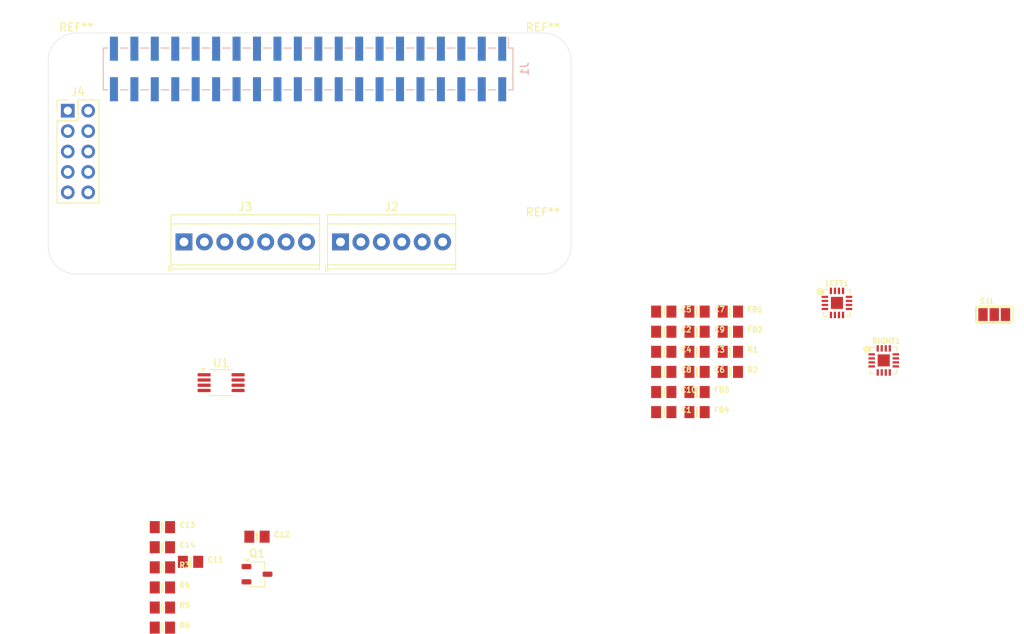
<source format=kicad_pcb>
(kicad_pcb (version 20240108) (generator "pcbnew") (generator_version "8.0")
  (layers (0 "F.Cu" signal) (31 "B.Cu" signal) (34 "B.Paste" user) (35 "F.Paste" user) (36 "B.SilkS" user "B.Silkscreen") (37 "F.SilkS" user "F.Silkscreen") (38 "B.Mask" user) (39 "F.Mask" user) (44 "Edge.Cuts" user))
  (net 0 "")
  (net 1 "GND")
  (net 2 "5.0V")
  (net 3 "/RIGHT-")
  (net 4 "/RIGHT+")
  (net 5 "/LEFT-")
  (net 6 "/LEFT+")
  (net 7 "/DIN")
  (net 8 "/BCLK")
  (net 9 "/LRCLK")
  (net 10 "Net-(FB1-P$1)")
  (net 11 "Net-(FB2-P$1)")
  (net 12 "Net-(FB3-P$1)")
  (net 13 "Net-(FB4-P$1)")
  (net 14 "3.3V")
  (net 15 "/GAIN")
  (net 16 "Net-(R2-Pad1)")
  (net 17 "/SPI_CE1")
  (net 18 "/GPIO4")
  (net 19 "/SCL")
  (net 20 "/GPIO5")
  (net 21 "/SPI_SCLK")
  (net 22 "/RXD")
  (net 23 "/SPI_MISO")
  (net 24 "/GPIO13")
  (net 25 "/GPIO27")
  (net 26 "/GPIO12")
  (net 27 "/GPIO26")
  (net 28 "/GPIO23")
  (net 29 "/SPI_CE0")
  (net 30 "/EECLK")
  (net 31 "/GPIO22")
  (net 32 "/TXD")
  (net 33 "/SDA")
  (net 34 "/GPIO6")
  (net 35 "/GPIO16")
  (net 36 "/SPI_MOSI")
  (net 37 "/GPIO20")
  (net 38 "/GPIO17")
  (net 39 "/EEDATA")
  (net 40 "Net-(U1-VIN)")
  (net 41 "/BUTTON2_OUT")
  (net 42 "/BUTTON1_OUT")
  (net 43 "Net-(Q1-B)")
  (net 44 "Net-(RIGHT1-~{SD_MODE})")
  (net 45 "/LAMP_OUT")
  (net 46 "/POT_OUT")
  (footprint "MountingHole:MountingHole_3.2mm_M3" (layer "F.Cu") (at 90 68.5)
    (property "Reference" "REF**" (at 0 -4.2 0) (layer "F.SilkS"))
    (property "Value" "MountingHole_3.2mm_M3")
    (pad "" np_thru_hole circle (at 0 0) (size 3.2 3.2) (drill 3.2) (layers "*.Cu" "*.Mask"))
  )
  (footprint "spotify-clock:0805-NO" (layer "F.Cu") (at 171.3 102.1646)
    (property "Reference" "FB2" (at 2.032 0.127 0) (layer "F.SilkS") (effects (font (size 0.666496 0.666496) (thickness 0.146304)) (justify left bottom)))
    (property "Value" "Ferrite")
    (fp_line (start 0 -0.508) (end 0 0.508) (stroke (width 0.3048)) (layer "F.SilkS"))
    (pad "1" smd rect (at -0.95 0) (size 1.24 1.5) (layers "F.Cu" "F.Paste" "F.Mask") (net 11 "Net-(FB2-P$1)"))
    (pad "2" smd rect (at 0.95 0) (size 1.24 1.5) (layers "F.Cu" "F.Paste" "F.Mask") (net 5 "/LEFT-"))
  )
  (footprint "spotify-clock:SOLDERJUMPER_2WAY_OPEN_NOPASTE" (layer "F.Cu") (at 204.0976 100.0322)
    (property "Reference" "SJ1" (at -1.905 -1.27 0) (layer "F.SilkS") (effects (font (size 0.666496 0.666496) (thickness 0.146304)) (justify left bottom)))
    (property "Value" "SOLDERJUMPER_2WAY")
    (fp_line (start -2.286 0.762) (end -2.286 -0.762) (stroke (width 0.2032)) (layer "F.SilkS"))
    (fp_line (start -2.032 -1.016) (end 2.032 -1.016) (stroke (width 0.2032)) (layer "F.SilkS"))
    (fp_line (start 2.032 1.016) (end -2.032 1.016) (stroke (width 0.2032)) (layer "F.SilkS"))
    (fp_line (start 2.286 0.762) (end 2.286 -0.762) (stroke (width 0.2032)) (layer "F.SilkS"))
    (fp_arc (start -2.286 -0.762) (mid -2.211605 -0.941605) (end -2.032 -1.016) (stroke (width 0.2032)) (layer "F.SilkS"))
    (fp_arc (start -2.032 1.016) (mid -2.211605 0.941605) (end -2.286 0.762) (stroke (width 0.2032)) (layer "F.SilkS"))
    (fp_arc (start 2.032 -1.016) (mid 2.211605 -0.941605) (end 2.286 -0.762) (stroke (width 0.2032)) (layer "F.SilkS"))
    (fp_arc (start 2.286 0.762) (mid 2.211605 0.941605) (end 2.032 1.016) (stroke (width 0.2032)) (layer "F.SilkS"))
    (pad "1" smd rect (at -1.397 0) (size 1.1684 1.6002) (layers "F.Cu") (net 2 "5.0V"))
    (pad "2" smd rect (at 0 0) (size 1.1684 1.6002) (layers "F.Cu") (net 15 "/GAIN"))
    (pad "3" smd rect (at 1.397 0) (size 1.1684 1.6002) (layers "F.Cu") (net 16 "Net-(R2-Pad1)"))
  )
  (footprint "spotify-clock:0805-NO" (layer "F.Cu") (at 100.705 138.975)
    (property "Reference" "R6" (at 2.032 0.127 0) (layer "F.SilkS") (effects (font (size 0.666496 0.666496) (thickness 0.146304)) (justify left bottom)))
    (property "Value" "4k7")
    (fp_line (start 0 -0.508) (end 0 0.508) (stroke (width 0.3048)) (layer "F.SilkS"))
    (pad "1" smd rect (at -0.95 0) (size 1.24 1.5) (layers "F.Cu" "F.Paste" "F.Mask") (net 28 "/GPIO23"))
    (pad "2" smd rect (at 0.95 0) (size 1.24 1.5) (layers "F.Cu" "F.Paste" "F.Mask") (net 43 "Net-(Q1-B)"))
  )
  (footprint "spotify-clock:0805-NO" (layer "F.Cu") (at 163.02 104.6646)
    (property "Reference" "C4" (at 2.032 0.127 0) (layer "F.SilkS") (effects (font (size 0.666496 0.666496) (thickness 0.146304)) (justify left bottom)))
    (property "Value" "0.1uF")
    (fp_line (start 0 -0.508) (end 0 0.508) (stroke (width 0.3048)) (layer "F.SilkS"))
    (pad "1" smd rect (at -0.95 0) (size 1.24 1.5) (layers "F.Cu" "F.Paste" "F.Mask") (net 2 "5.0V"))
    (pad "2" smd rect (at 0.95 0) (size 1.24 1.5) (layers "F.Cu" "F.Paste" "F.Mask") (net 1 "GND"))
  )
  (footprint "spotify-clock:QFN16_3MM" (layer "F.Cu") (at 184.5482 98.5828)
    (property "Reference" "LEFT1" (at -1.524 -2.032 0) (layer "F.SilkS") (effects (font (size 0.666496 0.666496) (thickness 0.146304)) (justify left bottom)))
    (property "Value" "MAX98357A")
    (fp_line (start -1.65 -1.65) (end -1.65 -1.155) (stroke (width 0.127)) (layer "F.SilkS"))
    (fp_line (start -1.65 1.155) (end -1.65 1.65) (stroke (width 0.127)) (layer "F.SilkS"))
    (fp_line (start -1.65 1.65) (end -1.155 1.65) (stroke (width 0.127)) (layer "F.SilkS"))
    (fp_line (start -1.155 -1.65) (end -1.65 -1.65) (stroke (width 0.127)) (layer "F.SilkS"))
    (fp_line (start 1.155 -1.65) (end 1.65 -1.65) (stroke (width 0.127)) (layer "F.SilkS"))
    (fp_line (start 1.65 -1.65) (end 1.65 -1.155) (stroke (width 0.127)) (layer "F.SilkS"))
    (fp_line (start 1.65 1.155) (end 1.65 1.65) (stroke (width 0.127)) (layer "F.SilkS"))
    (fp_line (start 1.65 1.65) (end 1.155 1.65) (stroke (width 0.127)) (layer "F.SilkS"))
    (fp_circle (center -2.1 -1.4) (end -1.958582 -1.4) (stroke (width 0.3048)) (fill none) (layer "F.SilkS"))
    (pad "1" smd rect (at -1.5 -0.75) (size 0.8 0.28) (layers "F.Cu" "F.Paste") (net 7 "/DIN"))
    (pad "2" smd rect (at -1.5 -0.25) (size 0.8 0.28) (layers "F.Cu" "F.Paste") (net 15 "/GAIN"))
    (pad "3" smd rect (at -1.5 0.25) (size 0.8 0.28) (layers "F.Cu" "F.Paste") (net 1 "GND"))
    (pad "4" smd rect (at -1.5 0.75) (size 0.8 0.28) (layers "F.Cu" "F.Paste") (net 2 "5.0V"))
    (pad "5" smd rect (at -0.75 1.5 90) (size 0.8 0.28) (layers "F.Cu" "F.Paste"))
    (pad "6" smd rect (at -0.25 1.5 90) (size 0.8 0.28) (layers "F.Cu" "F.Paste"))
    (pad "7" smd rect (at 0.25 1.5 90) (size 0.8 0.28) (layers "F.Cu" "F.Paste") (net 2 "5.0V"))
    (pad "8" smd rect (at 0.75 1.5 90) (size 0.8 0.28) (layers "F.Cu" "F.Paste") (net 2 "5.0V"))
    (pad "9" smd rect (at 1.5 0.75 180) (size 0.8 0.28) (layers "F.Cu" "F.Paste") (net 10 "Net-(FB1-P$1)"))
    (pad "10" smd rect (at 1.5 0.25 180) (size 0.8 0.28) (layers "F.Cu" "F.Paste") (net 11 "Net-(FB2-P$1)"))
    (pad "11" smd rect (at 1.5 -0.25 180) (size 0.8 0.28) (layers "F.Cu" "F.Paste") (net 1 "GND"))
    (pad "12" smd rect (at 1.5 -0.75 180) (size 0.8 0.28) (layers "F.Cu" "F.Paste"))
    (pad "13" smd rect (at 0.75 -1.5 270) (size 0.8 0.28) (layers "F.Cu" "F.Paste"))
    (pad "14" smd rect (at 0.25 -1.5 270) (size 0.8 0.28) (layers "F.Cu" "F.Paste") (net 9 "/LRCLK"))
    (pad "15" smd rect (at -0.25 -1.5 270) (size 0.8 0.28) (layers "F.Cu" "F.Paste") (net 1 "GND"))
    (pad "16" smd rect (at -0.75 -1.5 270) (size 0.8 0.28) (layers "F.Cu" "F.Paste") (net 8 "/BCLK"))
    (pad "THERMAL" smd rect (at 0 0) (size 1.5 1.5) (layers "F.Cu" "F.Mask") (net 1 "GND"))
  )
  (footprint "MountingHole:MountingHole_3.2mm_M3" (layer "F.Cu") (at 90 91.5)
    (property "Reference" "REF**" (hide yes))
    (property "Value" "MountingHole_3.2mm_M3")
    (pad "" np_thru_hole circle (at 0 0) (size 3.2 3.2) (drill 3.2) (layers "*.Cu" "*.Mask"))
  )
  (footprint "TerminalBlock_TE-Connectivity:TerminalBlock_TE_282834-6_1x06_P2.54mm_Horizontal" (layer "F.Cu") (at 122.84 91)
    (property "Reference" "J2" (at 6.35 -4.37 360) (layer "F.SilkS"))
    (property "Value" "Screw_Terminal_01x06")
    (fp_line (start -1.86 2.97) (end -1.86 3.61) (stroke (width 0.12)) (layer "F.SilkS"))
    (fp_line (start -1.86 3.61) (end -1.46 3.61) (stroke (width 0.12)) (layer "F.SilkS"))
    (fp_line (start -1.62 -3.37) (end -1.62 3.37) (stroke (width 0.12)) (layer "F.SilkS"))
    (fp_line (start -1.62 -3.37) (end 14.32 -3.37) (stroke (width 0.12)) (layer "F.SilkS"))
    (fp_line (start -1.62 -2.25) (end 14.32 -2.25) (stroke (width 0.12)) (layer "F.SilkS"))
    (fp_line (start -1.62 2.85) (end 14.32 2.85) (stroke (width 0.12)) (layer "F.SilkS"))
    (fp_line (start -1.62 3.37) (end 14.32 3.37) (stroke (width 0.12)) (layer "F.SilkS"))
    (fp_line (start 14.32 -3.37) (end 14.32 3.37) (stroke (width 0.12)) (layer "F.SilkS"))
    (pad "1" thru_hole rect (at 0 0) (size 2.1 2.1) (drill 1.1) (layers "*.Cu" "*.Mask") (net 6 "/LEFT+"))
    (pad "2" thru_hole circle (at 2.54 0) (size 2.1 2.1) (drill 1.1) (layers "*.Cu" "*.Mask") (net 5 "/LEFT-"))
    (pad "3" thru_hole circle (at 5.08 0) (size 2.1 2.1) (drill 1.1) (layers "*.Cu" "*.Mask") (net 4 "/RIGHT+"))
    (pad "4" thru_hole circle (at 7.62 0) (size 2.1 2.1) (drill 1.1) (layers "*.Cu" "*.Mask") (net 3 "/RIGHT-"))
    (pad "5" thru_hole circle (at 10.16 0) (size 2.1 2.1) (drill 1.1) (layers "*.Cu" "*.Mask") (net 2 "5.0V"))
    (pad "6" thru_hole circle (at 12.7 0) (size 2.1 2.1) (drill 1.1) (layers "*.Cu" "*.Mask") (net 42 "/BUTTON1_OUT"))
  )
  (footprint "spotify-clock:0805-NO" (layer "F.Cu") (at 163.02 109.6646)
    (property "Reference" "C10" (at 2.032 0.127 0) (layer "F.SilkS") (effects (font (size 0.666496 0.666496) (thickness 0.146304)) (justify left bottom)))
    (property "Value" "DNP")
    (fp_line (start 0 -0.508) (end 0 0.508) (stroke (width 0.3048)) (layer "F.SilkS"))
    (pad "1" smd rect (at -0.95 0) (size 1.24 1.5) (layers "F.Cu" "F.Paste" "F.Mask") (net 4 "/RIGHT+"))
    (pad "2" smd rect (at 0.95 0) (size 1.24 1.5) (layers "F.Cu" "F.Paste" "F.Mask") (net 1 "GND"))
  )
  (footprint "spotify-clock:0805-NO" (layer "F.Cu") (at 100.705 126.475)
    (property "Reference" "C13" (at 2.032 0.127 0) (layer "F.SilkS") (effects (font (size 0.666496 0.666496) (thickness 0.146304)) (justify left bottom)))
    (property "Value" "0.1uF")
    (fp_line (start 0 -0.508) (end 0 0.508) (stroke (width 0.3048)) (layer "F.SilkS"))
    (pad "1" smd rect (at -0.95 0) (size 1.24 1.5) (layers "F.Cu" "F.Paste" "F.Mask") (net 2 "5.0V"))
    (pad "2" smd rect (at 0.95 0) (size 1.24 1.5) (layers "F.Cu" "F.Paste" "F.Mask") (net 1 "GND"))
  )
  (footprint "spotify-clock:0805-NO" (layer "F.Cu") (at 171.3 107.1646)
    (property "Reference" "R2" (at 2.032 0.127 0) (layer "F.SilkS") (effects (font (size 0.666496 0.666496) (thickness 0.146304)) (justify left bottom)))
    (property "Value" "100K")
    (fp_line (start 0 -0.508) (end 0 0.508) (stroke (width 0.3048)) (layer "F.SilkS"))
    (pad "1" smd rect (at -0.95 0) (size 1.24 1.5) (layers "F.Cu" "F.Paste" "F.Mask") (net 16 "Net-(R2-Pad1)"))
    (pad "2" smd rect (at 0.95 0) (size 1.24 1.5) (layers "F.Cu" "F.Paste" "F.Mask") (net 2 "5.0V"))
  )
  (footprint "Package_SO:MSOP-8_3x3mm_P0.65mm" (layer "F.Cu") (at 108 108.5)
    (property "Reference" "U1" (at 0 -2.45 0) (layer "F.SilkS"))
    (property "Value" "ADC081C021CIMM")
    (fp_line (start 0 -1.61) (end -1.5 -1.61) (stroke (width 0.12)) (layer "F.SilkS"))
    (fp_line (start 0 -1.61) (end 1.5 -1.61) (stroke (width 0.12)) (layer "F.SilkS"))
    (fp_line (start 0 1.61) (end -1.5 1.61) (stroke (width 0.12)) (layer "F.SilkS"))
    (fp_line (start 0 1.61) (end 1.5 1.61) (stroke (width 0.12)) (layer "F.SilkS"))
    (fp_poly (pts (xy -2.2125 -1.435) (xy -2.4525 -1.765) (xy -1.9725 -1.765) (xy -2.2125 -1.435)) (stroke (width 0.12)) (fill solid) (layer "F.SilkS"))
    (pad "1" smd roundrect (at -2.1125 -0.975) (size 1.625 0.4) (layers "F.Cu" "F.Paste" "F.Mask") (net 19 "/SCL"))
    (pad "2" smd roundrect (at -2.1125 -0.325) (size 1.625 0.4) (layers "F.Cu" "F.Paste" "F.Mask") (net 1 "GND"))
    (pad "3" smd roundrect (at -2.1125 0.325) (size 1.625 0.4) (layers "F.Cu" "F.Paste" "F.Mask") (net 1 "GND"))
    (pad "4" smd roundrect (at -2.1125 0.975) (size 1.625 0.4) (layers "F.Cu" "F.Paste" "F.Mask") (net 40 "Net-(U1-VIN)"))
    (pad "5" smd roundrect (at 2.1125 0.975) (size 1.625 0.4) (layers "F.Cu" "F.Paste" "F.Mask") (net 2 "5.0V"))
    (pad "6" smd roundrect (at 2.1125 0.325) (size 1.625 0.4) (layers "F.Cu" "F.Paste" "F.Mask") (net 1 "GND"))
    (pad "7" smd roundrect (at 2.1125 -0.325) (size 1.625 0.4) (layers "F.Cu" "F.Paste" "F.Mask") (net 1 "GND"))
    (pad "8" smd roundrect (at 2.1125 -0.975) (size 1.625 0.4) (layers "F.Cu" "F.Paste" "F.Mask") (net 33 "/SDA"))
  )
  (footprint "spotify-clock:0805-NO" (layer "F.Cu") (at 100.705 133.975)
    (property "Reference" "R4" (at 2.032 0.127 0) (layer "F.SilkS") (effects (font (size 0.666496 0.666496) (thickness 0.146304)) (justify left bottom)))
    (property "Value" "1k")
    (fp_line (start 0 -0.508) (end 0 0.508) (stroke (width 0.3048)) (layer "F.SilkS"))
    (pad "1" smd rect (at -0.95 0) (size 1.24 1.5) (layers "F.Cu" "F.Paste" "F.Mask") (net 2 "5.0V"))
    (pad "2" smd rect (at 0.95 0) (size 1.24 1.5) (layers "F.Cu" "F.Paste" "F.Mask") (net 19 "/SCL"))
  )
  (footprint "spotify-clock:0805-NO" (layer "F.Cu") (at 167.16 102.1646)
    (property "Reference" "C9" (at 2.032 0.127 0) (layer "F.SilkS") (effects (font (size 0.666496 0.666496) (thickness 0.146304)) (justify left bottom)))
    (property "Value" "DNP")
    (fp_line (start 0 -0.508) (end 0 0.508) (stroke (width 0.3048)) (layer "F.SilkS"))
    (pad "1" smd rect (at -0.95 0) (size 1.24 1.5) (layers "F.Cu" "F.Paste" "F.Mask") (net 6 "/LEFT+"))
    (pad "2" smd rect (at 0.95 0) (size 1.24 1.5) (layers "F.Cu" "F.Paste" "F.Mask") (net 1 "GND"))
  )
  (footprint "Connector_PinHeader_2.54mm:PinHeader_2x05_P2.54mm_Vertical" (layer "F.Cu") (at 88.94 74.67)
    (property "Reference" "J4" (at 1.27 -2.33 360) (layer "F.SilkS"))
    (property "Value" "PIN_HEADERS")
    (fp_line (start -1.33 -1.33) (end 0 -1.33) (stroke (width 0.12)) (layer "F.SilkS"))
    (fp_line (start -1.33 0) (end -1.33 -1.33) (stroke (width 0.12)) (layer "F.SilkS"))
    (fp_line (start -1.33 1.27) (end -1.33 11.49) (stroke (width 0.12)) (layer "F.SilkS"))
    (fp_line (start -1.33 1.27) (end 1.27 1.27) (stroke (width 0.12)) (layer "F.SilkS"))
    (fp_line (start -1.33 11.49) (end 3.87 11.49) (stroke (width 0.12)) (layer "F.SilkS"))
    (fp_line (start 1.27 -1.33) (end 3.87 -1.33) (stroke (width 0.12)) (layer "F.SilkS"))
    (fp_line (start 1.27 1.27) (end 1.27 -1.33) (stroke (width 0.12)) (layer "F.SilkS"))
    (fp_line (start 3.87 -1.33) (end 3.87 11.49) (stroke (width 0.12)) (layer "F.SilkS"))
    (pad "1" thru_hole rect (at 0 0) (size 1.7 1.7) (drill 1) (layers "*.Cu" "*.Mask") (net 38 "/GPIO17"))
    (pad "2" thru_hole oval (at 2.54 0) (size 1.7 1.7) (drill 1) (layers "*.Cu" "*.Mask") (net 2 "5.0V"))
    (pad "3" thru_hole oval (at 0 2.54) (size 1.7 1.7) (drill 1) (layers "*.Cu" "*.Mask") (net 25 "/GPIO27"))
    (pad "4" thru_hole oval (at 2.54 2.54) (size 1.7 1.7) (drill 1) (layers "*.Cu" "*.Mask") (net 2 "5.0V"))
    (pad "5" thru_hole oval (at 0 5.08) (size 1.7 1.7) (drill 1) (layers "*.Cu" "*.Mask") (net 31 "/GPIO22"))
    (pad "6" thru_hole oval (at 2.54 5.08) (size 1.7 1.7) (drill 1) (layers "*.Cu" "*.Mask") (net 14 "3.3V"))
    (pad "7" thru_hole oval (at 0 7.62) (size 1.7 1.7) (drill 1) (layers "*.Cu" "*.Mask") (net 1 "GND"))
    (pad "8" thru_hole oval (at 2.54 7.62) (size 1.7 1.7) (drill 1) (layers "*.Cu" "*.Mask") (net 14 "3.3V"))
    (pad "9" thru_hole oval (at 0 10.16) (size 1.7 1.7) (drill 1) (layers "*.Cu" "*.Mask") (net 1 "GND"))
    (pad "10" thru_hole oval (at 2.54 10.16) (size 1.7 1.7) (drill 1) (layers "*.Cu" "*.Mask") (net 1 "GND"))
  )
  (footprint "spotify-clock:0805-NO" (layer "F.Cu") (at 100.705 128.975)
    (property "Reference" "C14" (at 2.032 0.127 0) (layer "F.SilkS") (effects (font (size 0.666496 0.666496) (thickness 0.146304)) (justify left bottom)))
    (property "Value" "0.1uF")
    (fp_line (start 0 -0.508) (end 0 0.508) (stroke (width 0.3048)) (layer "F.SilkS"))
    (pad "1" smd rect (at -0.95 0) (size 1.24 1.5) (layers "F.Cu" "F.Paste" "F.Mask") (net 46 "/POT_OUT"))
    (pad "2" smd rect (at 0.95 0) (size 1.24 1.5) (layers "F.Cu" "F.Paste" "F.Mask") (net 1 "GND"))
  )
  (footprint "TerminalBlock_TE-Connectivity:TerminalBlock_TE_282834-7_1x07_P2.54mm_Horizontal" (layer "F.Cu") (at 103.38 91)
    (property "Reference" "J3" (at 7.62 -4.37 0) (layer "F.SilkS"))
    (property "Value" "Screw_Terminal_01x07")
    (fp_line (start -1.86 2.97) (end -1.86 3.61) (stroke (width 0.12)) (layer "F.SilkS"))
    (fp_line (start -1.86 3.61) (end -1.46 3.61) (stroke (width 0.12)) (layer "F.SilkS"))
    (fp_line (start -1.62 -3.37) (end -1.62 3.37) (stroke (width 0.12)) (layer "F.SilkS"))
    (fp_line (start -1.62 -3.37) (end 16.86 -3.37) (stroke (width 0.12)) (layer "F.SilkS"))
    (fp_line (start -1.62 -2.25) (end 16.86 -2.25) (stroke (width 0.12)) (layer "F.SilkS"))
    (fp_line (start -1.62 2.85) (end 16.86 2.85) (stroke (width 0.12)) (layer "F.SilkS"))
    (fp_line (start -1.62 3.37) (end 16.86 3.37) (stroke (width 0.12)) (layer "F.SilkS"))
    (fp_line (start 16.86 -3.37) (end 16.86 3.37) (stroke (width 0.12)) (layer "F.SilkS"))
    (pad "1" thru_hole rect (at 0 0) (size 2.1 2.1) (drill 1.1) (layers "*.Cu" "*.Mask") (net 2 "5.0V"))
    (pad "2" thru_hole circle (at 2.54 0) (size 2.1 2.1) (drill 1.1) (layers "*.Cu" "*.Mask") (net 41 "/BUTTON2_OUT"))
    (pad "3" thru_hole circle (at 5.08 0) (size 2.1 2.1) (drill 1.1) (layers "*.Cu" "*.Mask") (net 2 "5.0V"))
    (pad "4" thru_hole circle (at 7.62 0) (size 2.1 2.1) (drill 1.1) (layers "*.Cu" "*.Mask") (net 46 "/POT_OUT"))
    (pad "5" thru_hole circle (at 10.16 0) (size 2.1 2.1) (drill 1.1) (layers "*.Cu" "*.Mask") (net 1 "GND"))
    (pad "6" thru_hole circle (at 12.7 0) (size 2.1 2.1) (drill 1.1) (layers "*.Cu" "*.Mask") (net 2 "5.0V"))
    (pad "7" thru_hole circle (at 15.24 0) (size 2.1 2.1) (drill 1.1) (layers "*.Cu" "*.Mask") (net 45 "/LAMP_OUT"))
  )
  (footprint "spotify-clock:0805-NO" (layer "F.Cu") (at 163.02 112.1646)
    (property "Reference" "C1" (at 2.032 0.127 0) (layer "F.SilkS") (effects (font (size 0.666496 0.666496) (thickness 0.146304)) (justify left bottom)))
    (property "Value" "10uF")
    (fp_line (start 0 -0.508) (end 0 0.508) (stroke (width 0.3048)) (layer "F.SilkS"))
    (pad "1" smd rect (at -0.95 0) (size 1.24 1.5) (layers "F.Cu" "F.Paste" "F.Mask") (net 2 "5.0V"))
    (pad "2" smd rect (at 0.95 0) (size 1.24 1.5) (layers "F.Cu" "F.Paste" "F.Mask") (net 1 "GND"))
  )
  (footprint "spotify-clock:0805-NO" (layer "F.Cu") (at 167.16 104.6646)
    (property "Reference" "C3" (at 2.032 0.127 0) (layer "F.SilkS") (effects (font (size 0.666496 0.666496) (thickness 0.146304)) (justify left bottom)))
    (property "Value" "10uF")
    (fp_line (start 0 -0.508) (end 0 0.508) (stroke (width 0.3048)) (layer "F.SilkS"))
    (pad "1" smd rect (at -0.95 0) (size 1.24 1.5) (layers "F.Cu" "F.Paste" "F.Mask") (net 2 "5.0V"))
    (pad "2" smd rect (at 0.95 0) (size 1.24 1.5) (layers "F.Cu" "F.Paste" "F.Mask") (net 1 "GND"))
  )
  (footprint "spotify-clock:0805-NO" (layer "F.Cu") (at 100.705 131.475)
    (property "Reference" "R3" (at 2.032 0.127 0) (layer "F.SilkS") (effects (font (size 0.666496 0.666496) (thickness 0.146304)) (justify left bottom)))
    (property "Value" "22R")
    (fp_line (start 0 -0.508) (end 0 0.508) (stroke (width 0.3048)) (layer "F.SilkS"))
    (pad "1" smd rect (at -0.95 0) (size 1.24 1.5) (layers "F.Cu" "F.Paste" "F.Mask") (net 46 "/POT_OUT"))
    (pad "2" smd rect (at 0.95 0) (size 1.24 1.5) (layers "F.Cu" "F.Paste" "F.Mask") (net 40 "Net-(U1-VIN)"))
  )
  (footprint "spotify-clock:QFN16_3MM" (layer "F.Cu") (at 190.363818 105.7346)
    (property "Reference" "RIGHT1" (at -1.524 -2.032 0) (layer "F.SilkS") (effects (font (size 0.666496 0.666496) (thickness 0.146304)) (justify left bottom)))
    (property "Value" "MAX98357A")
    (fp_line (start -1.65 -1.65) (end -1.65 -1.155) (stroke (width 0.127)) (layer "F.SilkS"))
    (fp_line (start -1.65 1.155) (end -1.65 1.65) (stroke (width 0.127)) (layer "F.SilkS"))
    (fp_line (start -1.65 1.65) (end -1.155 1.65) (stroke (width 0.127)) (layer "F.SilkS"))
    (fp_line (start -1.155 -1.65) (end -1.65 -1.65) (stroke (width 0.127)) (layer "F.SilkS"))
    (fp_line (start 1.155 -1.65) (end 1.65 -1.65) (stroke (width 0.127)) (layer "F.SilkS"))
    (fp_line (start 1.65 -1.65) (end 1.65 -1.155) (stroke (width 0.127)) (layer "F.SilkS"))
    (fp_line (start 1.65 1.155) (end 1.65 1.65) (stroke (width 0.127)) (layer "F.SilkS"))
    (fp_line (start 1.65 1.65) (end 1.155 1.65) (stroke (width 0.127)) (layer "F.SilkS"))
    (fp_circle (center -2.1 -1.4) (end -1.958582 -1.4) (stroke (width 0.3048)) (fill none) (layer "F.SilkS"))
    (pad "1" smd rect (at -1.5 -0.75) (size 0.8 0.28) (layers "F.Cu" "F.Paste") (net 7 "/DIN"))
    (pad "2" smd rect (at -1.5 -0.25) (size 0.8 0.28) (layers "F.Cu" "F.Paste") (net 15 "/GAIN"))
    (pad "3" smd rect (at -1.5 0.25) (size 0.8 0.28) (layers "F.Cu" "F.Paste") (net 1 "GND"))
    (pad "4" smd rect (at -1.5 0.75) (size 0.8 0.28) (layers "F.Cu" "F.Paste") (net 44 "Net-(RIGHT1-~{SD_MODE})"))
    (pad "5" smd rect (at -0.75 1.5 90) (size 0.8 0.28) (layers "F.Cu" "F.Paste"))
    (pad "6" smd rect (at -0.25 1.5 90) (size 0.8 0.28) (layers "F.Cu" "F.Paste"))
    (pad "7" smd rect (at 0.25 1.5 90) (size 0.8 0.28) (layers "F.Cu" "F.Paste") (net 2 "5.0V"))
    (pad "8" smd rect (at 0.75 1.5 90) (size 0.8 0.28) (layers "F.Cu" "F.Paste") (net 2 "5.0V"))
    (pad "9" smd rect (at 1.5 0.75 180) (size 0.8 0.28) (layers "F.Cu" "F.Paste") (net 12 "Net-(FB3-P$1)"))
    (pad "10" smd rect (at 1.5 0.25 180) (size 0.8 0.28) (layers "F.Cu" "F.Paste") (net 13 "Net-(FB4-P$1)"))
    (pad "11" smd rect (at 1.5 -0.25 180) (size 0.8 0.28) (layers "F.Cu" "F.Paste") (net 1 "GND"))
    (pad "12" smd rect (at 1.5 -0.75 180) (size 0.8 0.28) (layers "F.Cu" "F.Paste"))
    (pad "13" smd rect (at 0.75 -1.5 270) (size 0.8 0.28) (layers "F.Cu" "F.Paste"))
    (pad "14" smd rect (at 0.25 -1.5 270) (size 0.8 0.28) (layers "F.Cu" "F.Paste") (net 9 "/LRCLK"))
    (pad "15" smd rect (at -0.25 -1.5 270) (size 0.8 0.28) (layers "F.Cu" "F.Paste") (net 1 "GND"))
    (pad "16" smd rect (at -0.75 -1.5 270) (size 0.8 0.28) (layers "F.Cu" "F.Paste") (net 8 "/BCLK"))
    (pad "THERMAL" smd rect (at 0 0) (size 1.5 1.5) (layers "F.Cu" "F.Mask") (net 1 "GND"))
  )
  (footprint "spotify-clock:0805-NO" (layer "F.Cu") (at 167.16 107.1646)
    (property "Reference" "C6" (at 2.032 0.127 0) (layer "F.SilkS") (effects (font (size 0.666496 0.666496) (thickness 0.146304)) (justify left bottom)))
    (property "Value" "10uF")
    (fp_line (start 0 -0.508) (end 0 0.508) (stroke (width 0.3048)) (layer "F.SilkS"))
    (pad "1" smd rect (at -0.95 0) (size 1.24 1.5) (layers "F.Cu" "F.Paste" "F.Mask") (net 2 "5.0V"))
    (pad "2" smd rect (at 0.95 0) (size 1.24 1.5) (layers "F.Cu" "F.Paste" "F.Mask") (net 1 "GND"))
  )
  (footprint "spotify-clock:0805-NO" (layer "F.Cu") (at 167.16 112.1646)
    (property "Reference" "FB4" (at 2.032 0.127 0) (layer "F.SilkS") (effects (font (size 0.666496 0.666496) (thickness 0.146304)) (justify left bottom)))
    (property "Value" "Ferrite")
    (fp_line (start 0 -0.508) (end 0 0.508) (stroke (width 0.3048)) (layer "F.SilkS"))
    (pad "1" smd rect (at -0.95 0) (size 1.24 1.5) (layers "F.Cu" "F.Paste" "F.Mask") (net 13 "Net-(FB4-P$1)"))
    (pad "2" smd rect (at 0.95 0) (size 1.24 1.5) (layers "F.Cu" "F.Paste" "F.Mask") (net 3 "/RIGHT-"))
  )
  (footprint "spotify-clock:0805-NO" (layer "F.Cu") (at 163.02 99.6646)
    (property "Reference" "C5" (at 2.032 0.127 0) (layer "F.SilkS") (effects (font (size 0.666496 0.666496) (thickness 0.146304)) (justify left bottom)))
    (property "Value" "10uF")
    (fp_line (start 0 -0.508) (end 0 0.508) (stroke (width 0.3048)) (layer "F.SilkS"))
    (pad "1" smd rect (at -0.95 0) (size 1.24 1.5) (layers "F.Cu" "F.Paste" "F.Mask") (net 2 "5.0V"))
    (pad "2" smd rect (at 0.95 0) (size 1.24 1.5) (layers "F.Cu" "F.Paste" "F.Mask") (net 1 "GND"))
  )
  (footprint "spotify-clock:0805-NO" (layer "F.Cu") (at 171.3 99.6646)
    (property "Reference" "FB1" (at 2.032 0.127 0) (layer "F.SilkS") (effects (font (size 0.666496 0.666496) (thickness 0.146304)) (justify left bottom)))
    (property "Value" "Ferrite")
    (fp_line (start 0 -0.508) (end 0 0.508) (stroke (width 0.3048)) (layer "F.SilkS"))
    (pad "1" smd rect (at -0.95 0) (size 1.24 1.5) (layers "F.Cu" "F.Paste" "F.Mask") (net 10 "Net-(FB1-P$1)"))
    (pad "2" smd rect (at 0.95 0) (size 1.24 1.5) (layers "F.Cu" "F.Paste" "F.Mask") (net 6 "/LEFT+"))
  )
  (footprint "spotify-clock:0805-NO" (layer "F.Cu") (at 112.46 127.665)
    (property "Reference" "C12" (at 2.032 0.127 0) (layer "F.SilkS") (effects (font (size 0.666496 0.666496) (thickness 0.146304)) (justify left bottom)))
    (property "Value" "470pF")
    (fp_line (start 0 -0.508) (end 0 0.508) (stroke (width 0.3048)) (layer "F.SilkS"))
    (pad "1" smd rect (at -0.95 0) (size 1.24 1.5) (layers "F.Cu" "F.Paste" "F.Mask") (net 40 "Net-(U1-VIN)"))
    (pad "2" smd rect (at 0.95 0) (size 1.24 1.5) (layers "F.Cu" "F.Paste" "F.Mask") (net 1 "GND"))
  )
  (footprint "spotify-clock:0805-NO" (layer "F.Cu") (at 167.16 109.6646)
    (property "Reference" "FB3" (at 2.032 0.127 0) (layer "F.SilkS") (effects (font (size 0.666496 0.666496) (thickness 0.146304)) (justify left bottom)))
    (property "Value" "Ferrite")
    (fp_line (start 0 -0.508) (end 0 0.508) (stroke (width 0.3048)) (layer "F.SilkS"))
    (pad "1" smd rect (at -0.95 0) (size 1.24 1.5) (layers "F.Cu" "F.Paste" "F.Mask") (net 12 "Net-(FB3-P$1)"))
    (pad "2" smd rect (at 0.95 0) (size 1.24 1.5) (layers "F.Cu" "F.Paste" "F.Mask") (net 4 "/RIGHT+"))
  )
  (footprint "Package_TO_SOT_SMD:TSOT-23" (layer "F.Cu") (at 112.46 132.33)
    (property "Reference" "Q1" (at 0 -2.6 0) (layer "F.SilkS"))
    (property "Value" "MMS8050-SOT23")
    (fp_line (start 0.945 0.69) (end 0.945 1.58) (stroke (width 0.12)) (layer "F.SilkS"))
    (fp_line (start 0.945 1.58) (end -0.905 1.58) (stroke (width 0.12)) (layer "F.SilkS"))
    (fp_line (start 0.96 -1.54) (end -0.89 -1.54) (stroke (width 0.12)) (layer "F.SilkS"))
    (fp_line (start 0.96 -1.54) (end 0.96 -0.65) (stroke (width 0.12)) (layer "F.SilkS"))
    (fp_poly (pts (xy -1.28 -1.55) (xy -1.52 -1.88) (xy -1.04 -1.88) (xy -1.28 -1.55)) (stroke (width 0.12)) (fill solid) (layer "F.SilkS"))
    (pad "1" smd roundrect (at -1.31 -0.95) (size 1.22 0.65) (layers "F.Cu" "F.Paste" "F.Mask") (net 45 "/LAMP_OUT"))
    (pad "2" smd roundrect (at -1.31 0.95) (size 1.22 0.65) (layers "F.Cu" "F.Paste" "F.Mask") (net 43 "Net-(Q1-B)"))
    (pad "3" smd roundrect (at 1.31 0) (size 1.22 0.65) (layers "F.Cu" "F.Paste" "F.Mask") (net 1 "GND"))
  )
  (footprint "spotify-clock:0805-NO" (layer "F.Cu") (at 167.16 99.6646)
    (property "Reference" "C7" (at 2.032 0.127 0) (layer "F.SilkS") (effects (font (size 0.666496 0.666496) (thickness 0.146304)) (justify left bottom)))
    (property "Value" "DNP")
    (fp_line (start 0 -0.508) (end 0 0.508) (stroke (width 0.3048)) (layer "F.SilkS"))
    (pad "1" smd rect (at -0.95 0) (size 1.24 1.5) (layers "F.Cu" "F.Paste" "F.Mask") (net 5 "/LEFT-"))
    (pad "2" smd rect (at 0.95 0) (size 1.24 1.5) (layers "F.Cu" "F.Paste" "F.Mask") (net 1 "GND"))
  )
  (footprint "spotify-clock:0805-NO" (layer "F.Cu") (at 104.2 130.79)
    (property "Reference" "C11" (at 2.032 0.127 0) (layer "F.SilkS") (effects (font (size 0.666496 0.666496) (thickness 0.146304)) (justify left bottom)))
    (property "Value" "4.7uF")
    (fp_line (start 0 -0.508) (end 0 0.508) (stroke (width 0.3048)) (layer "F.SilkS"))
    (pad "1" smd rect (at -0.95 0) (size 1.24 1.5) (layers "F.Cu" "F.Paste" "F.Mask") (net 2 "5.0V"))
    (pad "2" smd rect (at 0.95 0) (size 1.24 1.5) (layers "F.Cu" "F.Paste" "F.Mask") (net 1 "GND"))
  )
  (footprint "MountingHole:MountingHole_3.2mm_M3" (layer "F.Cu") (at 148 91.5)
    (property "Reference" "REF**" (at 0 -4.2 0) (layer "F.SilkS"))
    (property "Value" "MountingHole_3.2mm_M3")
    (pad "" np_thru_hole circle (at 0 0) (size 3.2 3.2) (drill 3.2) (layers "*.Cu" "*.Mask"))
  )
  (footprint "spotify-clock:0805-NO" (layer "F.Cu") (at 171.3 104.6646)
    (property "Reference" "R1" (at 2.032 0.127 0) (layer "F.SilkS") (effects (font (size 0.666496 0.666496) (thickness 0.146304)) (justify left bottom)))
    (property "Value" "390K")
    (fp_line (start 0 -0.508) (end 0 0.508) (stroke (width 0.3048)) (layer "F.SilkS"))
    (pad "1" smd rect (at -0.95 0) (size 1.24 1.5) (layers "F.Cu" "F.Paste" "F.Mask") (net 44 "Net-(RIGHT1-~{SD_MODE})"))
    (pad "2" smd rect (at 0.95 0) (size 1.24 1.5) (layers "F.Cu" "F.Paste" "F.Mask") (net 2 "5.0V"))
  )
  (footprint "spotify-clock:0805-NO" (layer "F.Cu") (at 100.705 136.475)
    (property "Reference" "R5" (at 2.032 0.127 0) (layer "F.SilkS") (effects (font (size 0.666496 0.666496) (thickness 0.146304)) (justify left bottom)))
    (property "Value" "1k")
    (fp_line (start 0 -0.508) (end 0 0.508) (stroke (width 0.3048)) (layer "F.SilkS"))
    (pad "1" smd rect (at -0.95 0) (size 1.24 1.5) (layers "F.Cu" "F.Paste" "F.Mask") (net 2 "5.0V"))
    (pad "2" smd rect (at 0.95 0) (size 1.24 1.5) (layers "F.Cu" "F.Paste" "F.Mask") (net 33 "/SDA"))
  )
  (footprint "MountingHole:MountingHole_3.2mm_M3" (layer "F.Cu") (at 148 68.5)
    (property "Reference" "REF**" (at 0 -4.2 0) (layer "F.SilkS"))
    (property "Value" "MountingHole_3.2mm_M3")
    (pad "" np_thru_hole circle (at 0 0) (size 3.2 3.2) (drill 3.2) (layers "*.Cu" "*.Mask"))
  )
  (footprint "spotify-clock:0805-NO" (layer "F.Cu") (at 163.02 102.1646)
    (property "Reference" "C2" (at 2.032 0.127 0) (layer "F.SilkS") (effects (font (size 0.666496 0.666496) (thickness 0.146304)) (justify left bottom)))
    (property "Value" "0.1uF")
    (fp_line (start 0 -0.508) (end 0 0.508) (stroke (width 0.3048)) (layer "F.SilkS"))
    (pad "1" smd rect (at -0.95 0) (size 1.24 1.5) (layers "F.Cu" "F.Paste" "F.Mask") (net 2 "5.0V"))
    (pad "2" smd rect (at 0.95 0) (size 1.24 1.5) (layers "F.Cu" "F.Paste" "F.Mask") (net 1 "GND"))
  )
  (footprint "spotify-clock:0805-NO" (layer "F.Cu") (at 163.02 107.1646)
    (property "Reference" "C8" (at 2.032 0.127 0) (layer "F.SilkS") (effects (font (size 0.666496 0.666496) (thickness 0.146304)) (justify left bottom)))
    (property "Value" "DNP")
    (fp_line (start 0 -0.508) (end 0 0.508) (stroke (width 0.3048)) (layer "F.SilkS"))
    (pad "1" smd rect (at -0.95 0) (size 1.24 1.5) (layers "F.Cu" "F.Paste" "F.Mask") (net 3 "/RIGHT-"))
    (pad "2" smd rect (at 0.95 0) (size 1.24 1.5) (layers "F.Cu" "F.Paste" "F.Mask") (net 1 "GND"))
  )
  (footprint "Connector_PinSocket_2.54mm:PinSocket_2x20_P2.54mm_Vertical_SMD" (layer "B.Cu") (at 118.81 69.48 90)
    (property "Reference" "J1" (at 0 26.9 270) (layer "B.SilkS") (effects (justify mirror)))
    (property "Value" "Conn_02x20_Odd_Even")
    (fp_line (start 2.6 -25.46) (end -2.6 -25.46) (stroke (width 0.12)) (layer "B.SilkS"))
    (fp_line (start 2.6 -25.46) (end 2.6 -24.89) (stroke (width 0.12)) (layer "B.SilkS"))
    (fp_line (start -2.6 -25.46) (end -2.6 -24.89) (stroke (width 0.12)) (layer "B.SilkS"))
    (fp_line (start 2.6 -23.37) (end 2.6 -22.35) (stroke (width 0.12)) (layer "B.SilkS"))
    (fp_line (start -2.6 -23.37) (end -2.6 -22.35) (stroke (width 0.12)) (layer "B.SilkS"))
    (fp_line (start 2.6 -20.83) (end 2.6 -19.81) (stroke (width 0.12)) (layer "B.SilkS"))
    (fp_line (start -2.6 -20.83) (end -2.6 -19.81) (stroke (width 0.12)) (layer "B.SilkS"))
    (fp_line (start 2.6 -18.29) (end 2.6 -17.27) (stroke (width 0.12)) (layer "B.SilkS"))
    (fp_line (start -2.6 -18.29) (end -2.6 -17.27) (stroke (width 0.12)) (layer "B.SilkS"))
    (fp_line (start 2.6 -15.75) (end 2.6 -14.73) (stroke (width 0.12)) (layer "B.SilkS"))
    (fp_line (start -2.6 -15.75) (end -2.6 -14.73) (stroke (width 0.12)) (layer "B.SilkS"))
    (fp_line (start 2.6 -13.21) (end 2.6 -12.19) (stroke (width 0.12)) (layer "B.SilkS"))
    (fp_line (start -2.6 -13.21) (end -2.6 -12.19) (stroke (width 0.12)) (layer "B.SilkS"))
    (fp_line (start 2.6 -10.67) (end 2.6 -9.65) (stroke (width 0.12)) (layer "B.SilkS"))
    (fp_line (start -2.6 -10.67) (end -2.6 -9.65) (stroke (width 0.12)) (layer "B.SilkS"))
    (fp_line (start 2.6 -8.13) (end 2.6 -7.11) (stroke (width 0.12)) (layer "B.SilkS"))
    (fp_line (start -2.6 -8.13) (end -2.6 -7.11) (stroke (width 0.12)) (layer "B.SilkS"))
    (fp_line (start 2.6 -5.59) (end 2.6 -4.57) (stroke (width 0.12)) (layer "B.SilkS"))
    (fp_line (start -2.6 -5.59) (end -2.6 -4.57) (stroke (width 0.12)) (layer "B.SilkS"))
    (fp_line (start 2.6 -3.05) (end 2.6 -2.03) (stroke (width 0.12)) (layer "B.SilkS"))
    (fp_line (start -2.6 -3.05) (end -2.6 -2.03) (stroke (width 0.12)) (layer "B.SilkS"))
    (fp_line (start 2.6 -0.51) (end 2.6 0.51) (stroke (width 0.12)) (layer "B.SilkS"))
    (fp_line (start -2.6 -0.51) (end -2.6 0.51) (stroke (width 0.12)) (layer "B.SilkS"))
    (fp_line (start 2.6 2.03) (end 2.6 3.05) (stroke (width 0.12)) (layer "B.SilkS"))
    (fp_line (start -2.6 2.03) (end -2.6 3.05) (stroke (width 0.12)) (layer "B.SilkS"))
    (fp_line (start 2.6 4.57) (end 2.6 5.59) (stroke (width 0.12)) (layer "B.SilkS"))
    (fp_line (start -2.6 4.57) (end -2.6 5.59) (stroke (width 0.12)) (layer "B.SilkS"))
    (fp_line (start 2.6 7.11) (end 2.6 8.13) (stroke (width 0.12)) (layer "B.SilkS"))
    (fp_line (start -2.6 7.11) (end -2.6 8.13) (stroke (width 0.12)) (layer "B.SilkS"))
    (fp_line (start 2.6 9.65) (end 2.6 10.67) (stroke (width 0.12)) (layer "B.SilkS"))
    (fp_line (start -2.6 9.65) (end -2.6 10.67) (stroke (width 0.12)) (layer "B.SilkS"))
    (fp_line (start 2.6 12.19) (end 2.6 13.21) (stroke (width 0.12)) (layer "B.SilkS"))
    (fp_line (start -2.6 12.19) (end -2.6 13.21) (stroke (width 0.12)) (layer "B.SilkS"))
    (fp_line (start 2.6 14.73) (end 2.6 15.75) (stroke (width 0.12)) (layer "B.SilkS"))
    (fp_line (start -2.6 14.73) (end -2.6 15.75) (stroke (width 0.12)) (layer "B.SilkS"))
    (fp_line (start 2.6 17.27) (end 2.6 18.29) (stroke (width 0.12)) (layer "B.SilkS"))
    (fp_line (start -2.6 17.27) (end -2.6 18.29) (stroke (width 0.12)) (layer "B.SilkS"))
    (fp_line (start 2.6 19.81) (end 2.6 20.83) (stroke (width 0.12)) (layer "B.SilkS"))
    (fp_line (start -2.6 19.81) (end -2.6 20.83) (stroke (width 0.12)) (layer "B.SilkS"))
    (fp_line (start 2.6 22.35) (end 2.6 23.37) (stroke (width 0.12)) (layer "B.SilkS"))
    (fp_line (start -2.6 22.35) (end -2.6 23.37) (stroke (width 0.12)) (layer "B.SilkS"))
    (fp_line (start 3.96 24.89) (end 2.6 24.89) (stroke (width 0.12)) (layer "B.SilkS"))
    (fp_line (start 2.6 24.89) (end 2.6 25.46) (stroke (width 0.12)) (layer "B.SilkS"))
    (fp_line (start -2.6 24.89) (end -2.6 25.46) (stroke (width 0.12)) (layer "B.SilkS"))
    (fp_line (start 2.6 25.46) (end -2.6 25.46) (stroke (width 0.12)) (layer "B.SilkS"))
    (pad "1" smd rect (at 2.52 24.13 90) (size 3 1) (layers "B.Cu" "B.Paste" "B.Mask") (net 7 "/DIN"))
    (pad "2" smd rect (at -2.52 24.13 90) (size 3 1) (layers "B.Cu" "B.Paste" "B.Mask") (net 1 "GND"))
    (pad "3" smd rect (at 2.52 21.59 90) (size 3 1) (layers "B.Cu" "B.Paste" "B.Mask") (net 37 "/GPIO20"))
    (pad "4" smd rect (at -2.52 21.59 90) (size 3 1) (layers "B.Cu" "B.Paste" "B.Mask") (net 27 "/GPIO26"))
    (pad "5" smd rect (at 2.52 19.05 90) (size 3 1) (layers "B.Cu" "B.Paste" "B.Mask") (net 35 "/GPIO16"))
    (pad "6" smd rect (at -2.52 19.05 90) (size 3 1) (layers "B.Cu" "B.Paste" "B.Mask") (net 9 "/LRCLK"))
    (pad "7" smd rect (at 2.52 16.51 90) (size 3 1) (layers "B.Cu" "B.Paste" "B.Mask") (net 1 "GND"))
    (pad "8" smd rect (at -2.52 16.51 90) (size 3 1) (layers "B.Cu" "B.Paste" "B.Mask") (net 24 "/GPIO13"))
    (pad "9" smd rect (at 2.52 13.97 90) (size 3 1) (layers "B.Cu" "B.Paste" "B.Mask") (net 26 "/GPIO12"))
    (pad "10" smd rect (at -2.52 13.97 90) (size 3 1) (layers "B.Cu" "B.Paste" "B.Mask") (net 34 "/GPIO6"))
    (pad "11" smd rect (at 2.52 11.43 90) (size 3 1) (layers "B.Cu" "B.Paste" "B.Mask") (net 1 "GND"))
    (pad "12" smd rect (at -2.52 11.43 90) (size 3 1) (layers "B.Cu" "B.Paste" "B.Mask") (net 20 "/GPIO5"))
    (pad "13" smd rect (at 2.52 8.89 90) (size 3 1) (layers "B.Cu" "B.Paste" "B.Mask") (net 30 "/EECLK"))
    (pad "14" smd rect (at -2.52 8.89 90) (size 3 1) (layers "B.Cu" "B.Paste" "B.Mask") (net 39 "/EEDATA"))
    (pad "15" smd rect (at 2.52 6.35 90) (size 3 1) (layers "B.Cu" "B.Paste" "B.Mask") (net 17 "/SPI_CE1"))
    (pad "16" smd rect (at -2.52 6.35 90) (size 3 1) (layers "B.Cu" "B.Paste" "B.Mask") (net 1 "GND"))
    (pad "17" smd rect (at 2.52 3.81 90) (size 3 1) (layers "B.Cu" "B.Paste" "B.Mask") (net 29 "/SPI_CE0"))
    (pad "18" smd rect (at -2.52 3.81 90) (size 3 1) (layers "B.Cu" "B.Paste" "B.Mask") (net 21 "/SPI_SCLK"))
    (pad "19" smd rect (at 2.52 1.27 90) (size 3 1) (layers "B.Cu" "B.Paste" "B.Mask") (net 41 "/BUTTON2_OUT"))
    (pad "20" smd rect (at -2.52 1.27 90) (size 3 1) (layers "B.Cu" "B.Paste" "B.Mask") (net 23 "/SPI_MISO"))
    (pad "21" smd rect (at 2.52 -1.27 90) (size 3 1) (layers "B.Cu" "B.Paste" "B.Mask") (net 1 "GND"))
    (pad "22" smd rect (at -2.52 -1.27 90) (size 3 1) (layers "B.Cu" "B.Paste" "B.Mask") (net 36 "/SPI_MOSI"))
    (pad "23" smd rect (at 2.52 -3.81 90) (size 3 1) (layers "B.Cu" "B.Paste" "B.Mask") (net 42 "/BUTTON1_OUT"))
    (pad "24" smd rect (at -2.52 -3.81 90) (size 3 1) (layers "B.Cu" "B.Paste" "B.Mask") (net 14 "3.3V"))
    (pad "25" smd rect (at 2.52 -6.35 90) (size 3 1) (layers "B.Cu" "B.Paste" "B.Mask") (net 28 "/GPIO23"))
    (pad "26" smd rect (at -2.52 -6.35 90) (size 3 1) (layers "B.Cu" "B.Paste" "B.Mask") (net 31 "/GPIO22"))
    (pad "27" smd rect (at 2.52 -8.89 90) (size 3 1) (layers "B.Cu" "B.Paste" "B.Mask") (net 1 "GND"))
    (pad "28" smd rect (at -2.52 -8.89 90) (size 3 1) (layers "B.Cu" "B.Paste" "B.Mask") (net 25 "/GPIO27"))
    (pad "29" smd rect (at 2.52 -11.43 90) (size 3 1) (layers "B.Cu" "B.Paste" "B.Mask") (net 8 "/BCLK"))
    (pad "30" smd rect (at -2.52 -11.43 90) (size 3 1) (layers "B.Cu" "B.Paste" "B.Mask") (net 38 "/GPIO17"))
    (pad "31" smd rect (at 2.52 -13.97 90) (size 3 1) (layers "B.Cu" "B.Paste" "B.Mask") (net 22 "/RXD"))
    (pad "32" smd rect (at -2.52 -13.97 90) (size 3 1) (layers "B.Cu" "B.Paste" "B.Mask") (net 1 "GND"))
    (pad "33" smd rect (at 2.52 -16.51 90) (size 3 1) (layers "B.Cu" "B.Paste" "B.Mask") (net 32 "/TXD"))
    (pad "34" smd rect (at -2.52 -16.51 90) (size 3 1) (layers "B.Cu" "B.Paste" "B.Mask") (net 18 "/GPIO4"))
    (pad "35" smd rect (at 2.52 -19.05 90) (size 3 1) (layers "B.Cu" "B.Paste" "B.Mask") (net 1 "GND"))
    (pad "36" smd rect (at -2.52 -19.05 90) (size 3 1) (layers "B.Cu" "B.Paste" "B.Mask") (net 19 "/SCL"))
    (pad "37" smd rect (at 2.52 -21.59 90) (size 3 1) (layers "B.Cu" "B.Paste" "B.Mask") (net 2 "5.0V"))
    (pad "38" smd rect (at -2.52 -21.59 90) (size 3 1) (layers "B.Cu" "B.Paste" "B.Mask") (net 33 "/SDA"))
    (pad "39" smd rect (at 2.52 -24.13 90) (size 3 1) (layers "B.Cu" "B.Paste" "B.Mask") (net 2 "5.0V"))
    (pad "40" smd rect (at -2.52 -24.13 90) (size 3 1) (layers "B.Cu" "B.Paste" "B.Mask") (net 14 "3.3V"))
  )
  (gr_line (start 147.999999 94.999999) (end 89.999999 94.999999) (stroke (width 0.05)) (layer "Edge.Cuts"))
  (gr_line (start 86.5 68.5) (end 86.5 91.5) (stroke (width 0.05)) (layer "Edge.Cuts"))
  (gr_arc (start 89.999999 94.999999) (mid 87.525125 93.974873) (end 86.499999 91.499999) (stroke (width 0.05)) (layer "Edge.Cuts"))
  (gr_arc (start 151.499999 91.499999) (mid 150.474873 93.974873) (end 147.999999 94.999999) (stroke (width 0.05)) (layer "Edge.Cuts"))
  (gr_arc (start 86.5 68.5) (mid 87.525126 66.025126) (end 90 65) (stroke (width 0.05)) (layer "Edge.Cuts"))
  (gr_line (start 90 65) (end 148 65) (stroke (width 0.05)) (layer "Edge.Cuts"))
  (gr_arc (start 148 65) (mid 150.474874 66.025126) (end 151.5 68.5) (stroke (width 0.05)) (layer "Edge.Cuts"))
  (gr_line (start 151.5 68.5) (end 151.5 91.5) (stroke (width 0.05)) (layer "Edge.Cuts"))
)
</source>
